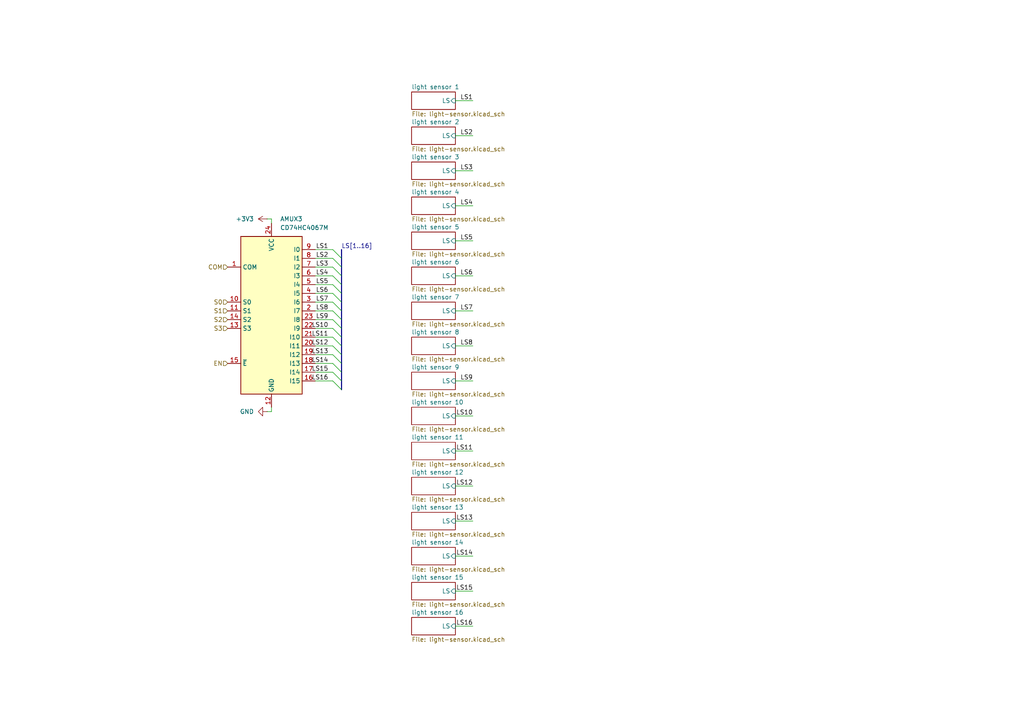
<source format=kicad_sch>
(kicad_sch (version 20231120) (generator "eeschema") (generator_version "8.0")
  (paper "A4")
  (lib_symbols
    (symbol "74xx:CD74HC4067M"
      (property "Reference" "U" (at -8.89 22.86 0))
      (property "Value" "CD74HC4067M" (at 1.27 22.86 0))
      (symbol "CD74HC4067M_0_1"
        (rectangle (start -8.89 21.59) (end 8.89 -24.13) (stroke (width 0.254)) (fill (type background)))
      )
      (symbol "CD74HC4067M_1_1"
        (pin passive line (at -12.7 12.7 0) (length 3.81) (name "COM") (number "1"))
        (pin input line (at -12.7 2.54 0) (length 3.81) (name "S0") (number "10"))
        (pin input line (at -12.7 0 0) (length 3.81) (name "S1") (number "11"))
        (pin power_in line (at 0 -27.94 90) (length 3.81) (name "GND") (number "12"))
        (pin input line (at -12.7 -5.08 0) (length 3.81) (name "S3") (number "13"))
        (pin input line (at -12.7 -2.54 0) (length 3.81) (name "S2") (number "14"))
        (pin input line (at -12.7 -15.24 0) (length 3.81) (name "~{E}") (number "15"))
        (pin passive line (at 12.7 -20.32 180) (length 3.81) (name "I15") (number "16"))
        (pin passive line (at 12.7 -17.78 180) (length 3.81) (name "I14") (number "17"))
        (pin passive line (at 12.7 -15.24 180) (length 3.81) (name "I13") (number "18"))
        (pin passive line (at 12.7 -12.7 180) (length 3.81) (name "I12") (number "19"))
        (pin passive line (at 12.7 0 180) (length 3.81) (name "I7") (number "2"))
        (pin passive line (at 12.7 -10.16 180) (length 3.81) (name "I11") (number "20"))
        (pin passive line (at 12.7 -7.62 180) (length 3.81) (name "I10") (number "21"))
        (pin passive line (at 12.7 -5.08 180) (length 3.81) (name "I9") (number "22"))
        (pin passive line (at 12.7 -2.54 180) (length 3.81) (name "I8") (number "23"))
        (pin power_in line (at 0 25.4 270) (length 3.81) (name "VCC") (number "24"))
        (pin passive line (at 12.7 2.54 180) (length 3.81) (name "I6") (number "3"))
        (pin passive line (at 12.7 5.08 180) (length 3.81) (name "I5") (number "4"))
        (pin passive line (at 12.7 7.62 180) (length 3.81) (name "I4") (number "5"))
        (pin passive line (at 12.7 10.16 180) (length 3.81) (name "I3") (number "6"))
        (pin passive line (at 12.7 12.7 180) (length 3.81) (name "I2") (number "7"))
        (pin passive line (at 12.7 15.24 180) (length 3.81) (name "I1") (number "8"))
        (pin passive line (at 12.7 17.78 180) (length 3.81) (name "I0") (number "9"))
      )
    )
    (symbol "power:+3.3V" (power) (pin_numbers hide) (pin_names (offset 0) hide)
      (property "Value" "+3.3V" (at 0 3.556 0))
      (symbol "+3.3V_0_1"
        (polyline (pts (xy -0.762 1.27) (xy 0 2.54)))
        (polyline (pts (xy 0 0) (xy 0 2.54)))
        (polyline (pts (xy 0 2.54) (xy 0.762 1.27)))
      )
      (symbol "+3.3V_1_1"
        (pin power_in line (at 0 0 90) (length 0) (name "~") (number "1"))
      )
    )
    (symbol "power:GND" (power) (pin_numbers hide) (pin_names (offset 0) hide)
      (property "Value" "GND" (at 0 -3.81 0))
      (symbol "GND_0_1"
        (polyline (pts (xy 0 0) (xy 0 -1.27) (xy 1.27 -1.27) (xy 0 -2.54) (xy -1.27 -1.27) (xy 0 -1.27)))
      )
      (symbol "GND_1_1"
        (pin power_in line (at 0 0 270) (length 0) (name "~") (number "1"))
      )
    )
  )
  (bus_entry (at 96.52 102.87) (size 2.54 2.54))
  (bus_entry (at 96.52 105.41) (size 2.54 2.54))
  (bus_entry (at 96.52 110.49) (size 2.54 2.54))
  (bus_entry (at 96.52 97.79) (size 2.54 2.54))
  (bus_entry (at 96.52 92.71) (size 2.54 2.54))
  (bus_entry (at 96.52 74.93) (size 2.54 2.54))
  (bus_entry (at 96.52 82.55) (size 2.54 2.54))
  (bus_entry (at 96.52 72.39) (size 2.54 2.54))
  (bus_entry (at 96.52 85.09) (size 2.54 2.54))
  (bus_entry (at 96.52 80.01) (size 2.54 2.54))
  (bus_entry (at 96.52 107.95) (size 2.54 2.54))
  (bus_entry (at 96.52 100.33) (size 2.54 2.54))
  (bus_entry (at 96.52 95.25) (size 2.54 2.54))
  (bus_entry (at 96.52 77.47) (size 2.54 2.54))
  (bus_entry (at 96.52 87.63) (size 2.54 2.54))
  (bus_entry (at 96.52 90.17) (size 2.54 2.54))
  (bus (pts (xy 99.06 97.79) (xy 99.06 100.33)))
  (bus (pts (xy 99.06 102.87) (xy 99.06 105.41)))
  (wire (pts (xy 91.44 95.25) (xy 96.52 95.25)))
  (bus (pts (xy 99.06 100.33) (xy 99.06 102.87)))
  (wire (pts (xy 132.08 69.85) (xy 137.16 69.85)))
  (wire (pts (xy 132.08 90.17) (xy 137.16 90.17)))
  (wire (pts (xy 132.08 29.21) (xy 137.16 29.21)))
  (wire (pts (xy 132.08 171.45) (xy 137.16 171.45)))
  (wire (pts (xy 91.44 102.87) (xy 96.52 102.87)))
  (wire (pts (xy 132.08 110.49) (xy 137.16 110.49)))
  (wire (pts (xy 91.44 92.71) (xy 96.52 92.71)))
  (wire (pts (xy 91.44 100.33) (xy 96.52 100.33)))
  (bus (pts (xy 99.06 95.25) (xy 99.06 97.79)))
  (wire (pts (xy 132.08 49.53) (xy 137.16 49.53)))
  (bus (pts (xy 99.06 87.63) (xy 99.06 90.17)))
  (wire (pts (xy 91.44 85.09) (xy 96.52 85.09)))
  (wire (pts (xy 91.44 77.47) (xy 96.52 77.47)))
  (bus (pts (xy 99.06 107.95) (xy 99.06 110.49)))
  (wire (pts (xy 78.74 119.38) (xy 78.74 118.11)))
  (bus (pts (xy 99.06 105.41) (xy 99.06 107.95)))
  (wire (pts (xy 132.08 130.81) (xy 137.16 130.81)))
  (wire (pts (xy 132.08 151.13) (xy 137.16 151.13)))
  (bus (pts (xy 99.06 72.39) (xy 99.06 74.93)))
  (bus (pts (xy 99.06 80.01) (xy 99.06 82.55)))
  (wire (pts (xy 132.08 80.01) (xy 137.16 80.01)))
  (wire (pts (xy 132.08 59.69) (xy 137.16 59.69)))
  (bus (pts (xy 99.06 77.47) (xy 99.06 80.01)))
  (wire (pts (xy 91.44 97.79) (xy 96.52 97.79)))
  (wire (pts (xy 132.08 181.61) (xy 137.16 181.61)))
  (bus (pts (xy 99.06 85.09) (xy 99.06 87.63)))
  (wire (pts (xy 91.44 110.49) (xy 96.52 110.49)))
  (wire (pts (xy 132.08 100.33) (xy 137.16 100.33)))
  (bus (pts (xy 99.06 90.17) (xy 99.06 92.71)))
  (wire (pts (xy 91.44 87.63) (xy 96.52 87.63)))
  (wire (pts (xy 91.44 90.17) (xy 96.52 90.17)))
  (wire (pts (xy 78.74 63.5) (xy 78.74 64.77)))
  (wire (pts (xy 132.08 140.97) (xy 137.16 140.97)))
  (bus (pts (xy 99.06 110.49) (xy 99.06 113.03)))
  (wire (pts (xy 91.44 72.39) (xy 96.52 72.39)))
  (bus (pts (xy 99.06 82.55) (xy 99.06 85.09)))
  (bus (pts (xy 99.06 92.71) (xy 99.06 95.25)))
  (wire (pts (xy 91.44 107.95) (xy 96.52 107.95)))
  (wire (pts (xy 132.08 120.65) (xy 137.16 120.65)))
  (wire (pts (xy 132.08 161.29) (xy 137.16 161.29)))
  (wire (pts (xy 91.44 74.93) (xy 96.52 74.93)))
  (wire (pts (xy 77.47 119.38) (xy 78.74 119.38)))
  (wire (pts (xy 132.08 39.37) (xy 137.16 39.37)))
  (bus (pts (xy 99.06 74.93) (xy 99.06 77.47)))
  (wire (pts (xy 91.44 82.55) (xy 96.52 82.55)))
  (wire (pts (xy 77.47 63.5) (xy 78.74 63.5)))
  (wire (pts (xy 91.44 80.01) (xy 96.52 80.01)))
  (wire (pts (xy 91.44 105.41) (xy 96.52 105.41)))
  (label "LS1" (at 95.25 72.39 180))
  (label "LS3" (at 95.25 77.47 180))
  (label "LS3" (at 137.16 49.53 180))
  (label "LS[1..16]" (at 99.06 72.39 0))
  (label "LS6" (at 137.16 80.01 180))
  (label "LS8" (at 137.16 100.33 180))
  (label "LS4" (at 95.25 80.01 180))
  (label "LS12" (at 137.16 140.97 180))
  (label "LS14" (at 137.16 161.29 180))
  (label "LS13" (at 95.25 102.87 180))
  (label "LS14" (at 95.25 105.41 180))
  (label "LS11" (at 137.16 130.81 180))
  (label "LS10" (at 137.16 120.65 180))
  (label "LS1" (at 137.16 29.21 180))
  (label "LS6" (at 95.25 85.09 180))
  (label "LS7" (at 95.25 87.63 180))
  (label "LS11" (at 95.25 97.79 180))
  (label "LS15" (at 95.25 107.95 180))
  (label "LS10" (at 95.25 95.25 180))
  (label "LS4" (at 137.16 59.69 180))
  (label "LS8" (at 95.25 90.17 180))
  (label "LS9" (at 137.16 110.49 180))
  (label "LS7" (at 137.16 90.17 180))
  (label "LS16" (at 95.25 110.49 180))
  (label "LS2" (at 95.25 74.93 180))
  (label "LS16" (at 137.16 181.61 180))
  (label "LS2" (at 137.16 39.37 180))
  (label "LS12" (at 95.25 100.33 180))
  (label "LS5" (at 95.25 82.55 180))
  (label "LS15" (at 137.16 171.45 180))
  (label "LS13" (at 137.16 151.13 180))
  (label "LS5" (at 137.16 69.85 180))
  (label "LS9" (at 95.25 92.71 180))
  (hierarchical_label "S3" (shape input) (at 66.04 95.25 180))
  (hierarchical_label "S2" (shape input) (at 66.04 92.71 180))
  (hierarchical_label "COM" (shape input) (at 66.04 77.47 180))
  (hierarchical_label "EN" (shape input) (at 66.04 105.41 180))
  (hierarchical_label "S0" (shape input) (at 66.04 87.63 180))
  (hierarchical_label "S1" (shape input) (at 66.04 90.17 180))
  (symbol (lib_id "power:+3.3V") (at 77.47 63.5 90) (unit 1)
    (property "Reference" "#PWR073" (effects (hide yes)))
    (property "Value" "+3V3" (at 73.66 63.4999 90) (effects (justify left)))
    (property "Description" "Power symbol creates a global label with name \"+3.3V\"" (effects (hide yes)))
    (instances (project "pcb" (path "" (reference "#PWR0205") (unit 1)) (path "" (reference "#PWR0139") (unit 1)) (path "" (reference "#PWR073") (unit 1))))
  )
  (symbol (lib_id "74xx:CD74HC4067M") (at 78.74 90.17 0) (unit 1)
    (property "Reference" "AMUX1" (at 81.242 63.5 0) (effects (justify left)))
    (property "Value" "CD74HC4067M" (at 81.242 66.04 0) (effects (justify left)))
    (property "Footprint" "Package_SO:SOIC-24W_7.5x15.4mm_P1.27mm" (effects (hide yes)))
    (property "Datasheet" "http://www.ti.com/lit/ds/symlink/cd74hc4067.pdf" (effects (hide yes)))
    (property "Description" "High-Speed CMOS Logic 16-Channel Analog Multiplexer/Demultiplexer, SOIC-24" (effects (hide yes)))
    (instances (project "pcb" (path "" (reference "AMUX3") (unit 1)) (path "" (reference "AMUX2") (unit 1)) (path "" (reference "AMUX1") (unit 1))))
  )
  (symbol (lib_id "power:GND") (at 77.47 119.38 270) (unit 1)
    (property "Reference" "#PWR074" (effects (hide yes)))
    (property "Value" "GND" (at 73.66 119.3799 90) (effects (justify right)))
    (property "Description" "Power symbol creates a global label with name \"GND\" , ground" (effects (hide yes)))
    (instances (project "pcb" (path "" (reference "#PWR0206") (unit 1)) (path "" (reference "#PWR0140") (unit 1)) (path "" (reference "#PWR074") (unit 1))))
  )
  (sheet (at 119.38 26.67) (size 12.7 5.08) (stroke (width 0.1524))
    (property "Sheetname" "light sensor 1" (at 119.38 25.9584 0) (effects (justify left bottom)))
    (property "Sheetfile" "light-sensor.kicad_sch" (at 119.38 32.3346 0) (effects (justify left top)))
    (pin "LS" input (at 132.08 29.21 0))
  )
  (sheet (at 119.38 77.47) (size 12.7 5.08) (stroke (width 0.1524))
    (property "Sheetname" "light sensor 6" (at 119.38 76.7584 0) (effects (justify left bottom)))
    (property "Sheetfile" "light-sensor.kicad_sch" (at 119.38 83.1346 0) (effects (justify left top)))
    (pin "LS" input (at 132.08 80.01 0))
  )
  (sheet (at 119.38 179.07) (size 12.7 5.08) (stroke (width 0.1524))
    (property "Sheetname" "light sensor 16" (at 119.38 178.3584 0) (effects (justify left bottom)))
    (property "Sheetfile" "light-sensor.kicad_sch" (at 119.38 184.7346 0) (effects (justify left top)))
    (pin "LS" input (at 132.08 181.61 0))
  )
  (sheet (at 119.38 118.11) (size 12.7 5.08) (stroke (width 0.1524))
    (property "Sheetname" "light sensor 10" (at 119.38 117.3984 0) (effects (justify left bottom)))
    (property "Sheetfile" "light-sensor.kicad_sch" (at 119.38 123.7746 0) (effects (justify left top)))
    (pin "LS" input (at 132.08 120.65 0))
  )
  (sheet (at 119.38 97.79) (size 12.7 5.08) (stroke (width 0.1524))
    (property "Sheetname" "light sensor 8" (at 119.38 97.0784 0) (effects (justify left bottom)))
    (property "Sheetfile" "light-sensor.kicad_sch" (at 119.38 103.4546 0) (effects (justify left top)))
    (pin "LS" input (at 132.08 100.33 0))
  )
  (sheet (at 119.38 168.91) (size 12.7 5.08) (stroke (width 0.1524))
    (property "Sheetname" "light sensor 15" (at 119.38 168.1984 0) (effects (justify left bottom)))
    (property "Sheetfile" "light-sensor.kicad_sch" (at 119.38 174.5746 0) (effects (justify left top)))
    (pin "LS" input (at 132.08 171.45 0))
  )
  (sheet (at 119.38 148.59) (size 12.7 5.08) (stroke (width 0.1524))
    (property "Sheetname" "light sensor 13" (at 119.38 147.8784 0) (effects (justify left bottom)))
    (property "Sheetfile" "light-sensor.kicad_sch" (at 119.38 154.2546 0) (effects (justify left top)))
    (pin "LS" input (at 132.08 151.13 0))
  )
  (sheet (at 119.38 87.63) (size 12.7 5.08) (stroke (width 0.1524))
    (property "Sheetname" "light sensor 7" (at 119.38 86.9184 0) (effects (justify left bottom)))
    (property "Sheetfile" "light-sensor.kicad_sch" (at 119.38 93.2946 0) (effects (justify left top)))
    (pin "LS" input (at 132.08 90.17 0))
  )
  (sheet (at 119.38 46.99) (size 12.7 5.08) (stroke (width 0.1524))
    (property "Sheetname" "light sensor 3" (at 119.38 46.2784 0) (effects (justify left bottom)))
    (property "Sheetfile" "light-sensor.kicad_sch" (at 119.38 52.6546 0) (effects (justify left top)))
    (pin "LS" input (at 132.08 49.53 0))
  )
  (sheet (at 119.38 67.31) (size 12.7 5.08) (stroke (width 0.1524))
    (property "Sheetname" "light sensor 5" (at 119.38 66.5984 0) (effects (justify left bottom)))
    (property "Sheetfile" "light-sensor.kicad_sch" (at 119.38 72.9746 0) (effects (justify left top)))
    (pin "LS" input (at 132.08 69.85 0))
  )
  (sheet (at 119.38 107.95) (size 12.7 5.08) (stroke (width 0.1524))
    (property "Sheetname" "light sensor 9" (at 119.38 107.2384 0) (effects (justify left bottom)))
    (property "Sheetfile" "light-sensor.kicad_sch" (at 119.38 113.6146 0) (effects (justify left top)))
    (pin "LS" input (at 132.08 110.49 0))
  )
  (sheet (at 119.38 128.27) (size 12.7 5.08) (stroke (width 0.1524))
    (property "Sheetname" "light sensor 11" (at 119.38 127.5584 0) (effects (justify left bottom)))
    (property "Sheetfile" "light-sensor.kicad_sch" (at 119.38 133.9346 0) (effects (justify left top)))
    (pin "LS" input (at 132.08 130.81 0))
  )
  (sheet (at 119.38 57.15) (size 12.7 5.08) (stroke (width 0.1524))
    (property "Sheetname" "light sensor 4" (at 119.38 56.4384 0) (effects (justify left bottom)))
    (property "Sheetfile" "light-sensor.kicad_sch" (at 119.38 62.8146 0) (effects (justify left top)))
    (pin "LS" input (at 132.08 59.69 0))
  )
  (sheet (at 119.38 158.75) (size 12.7 5.08) (stroke (width 0.1524))
    (property "Sheetname" "light sensor 14" (at 119.38 158.0384 0) (effects (justify left bottom)))
    (property "Sheetfile" "light-sensor.kicad_sch" (at 119.38 164.4146 0) (effects (justify left top)))
    (pin "LS" input (at 132.08 161.29 0))
  )
  (sheet (at 119.38 138.43) (size 12.7 5.08) (stroke (width 0.1524))
    (property "Sheetname" "light sensor 12" (at 119.38 137.7184 0) (effects (justify left bottom)))
    (property "Sheetfile" "light-sensor.kicad_sch" (at 119.38 144.0946 0) (effects (justify left top)))
    (pin "LS" input (at 132.08 140.97 0))
  )
  (sheet (at 119.38 36.83) (size 12.7 5.08) (stroke (width 0.1524))
    (property "Sheetname" "light sensor 2" (at 119.38 36.1184 0) (effects (justify left bottom)))
    (property "Sheetfile" "light-sensor.kicad_sch" (at 119.38 42.4946 0) (effects (justify left top)))
    (pin "LS" input (at 132.08 39.37 0))
  )
)
</source>
